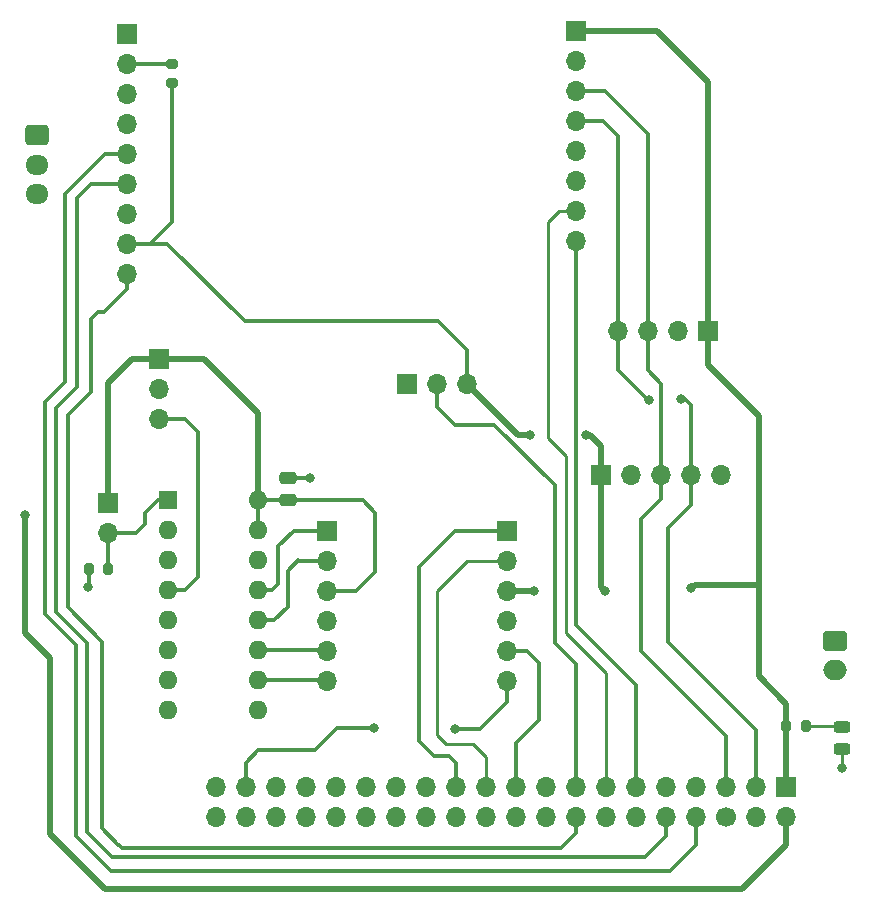
<source format=gbr>
%TF.GenerationSoftware,KiCad,Pcbnew,7.0.8-7.0.8~ubuntu22.04.1*%
%TF.CreationDate,2023-10-06T08:27:00+03:00*%
%TF.ProjectId,Omarichet Sensor Board v1.5,4f6d6172-6963-4686-9574-2053656e736f,rev?*%
%TF.SameCoordinates,Original*%
%TF.FileFunction,Copper,L1,Top*%
%TF.FilePolarity,Positive*%
%FSLAX46Y46*%
G04 Gerber Fmt 4.6, Leading zero omitted, Abs format (unit mm)*
G04 Created by KiCad (PCBNEW 7.0.8-7.0.8~ubuntu22.04.1) date 2023-10-06 08:27:00*
%MOMM*%
%LPD*%
G01*
G04 APERTURE LIST*
G04 Aperture macros list*
%AMRoundRect*
0 Rectangle with rounded corners*
0 $1 Rounding radius*
0 $2 $3 $4 $5 $6 $7 $8 $9 X,Y pos of 4 corners*
0 Add a 4 corners polygon primitive as box body*
4,1,4,$2,$3,$4,$5,$6,$7,$8,$9,$2,$3,0*
0 Add four circle primitives for the rounded corners*
1,1,$1+$1,$2,$3*
1,1,$1+$1,$4,$5*
1,1,$1+$1,$6,$7*
1,1,$1+$1,$8,$9*
0 Add four rect primitives between the rounded corners*
20,1,$1+$1,$2,$3,$4,$5,0*
20,1,$1+$1,$4,$5,$6,$7,0*
20,1,$1+$1,$6,$7,$8,$9,0*
20,1,$1+$1,$8,$9,$2,$3,0*%
G04 Aperture macros list end*
%TA.AperFunction,ComponentPad*%
%ADD10R,1.700000X1.700000*%
%TD*%
%TA.AperFunction,ComponentPad*%
%ADD11O,1.700000X1.700000*%
%TD*%
%TA.AperFunction,SMDPad,CuDef*%
%ADD12RoundRect,0.200000X-0.275000X0.200000X-0.275000X-0.200000X0.275000X-0.200000X0.275000X0.200000X0*%
%TD*%
%TA.AperFunction,SMDPad,CuDef*%
%ADD13RoundRect,0.243750X0.456250X-0.243750X0.456250X0.243750X-0.456250X0.243750X-0.456250X-0.243750X0*%
%TD*%
%TA.AperFunction,SMDPad,CuDef*%
%ADD14RoundRect,0.250000X0.475000X-0.250000X0.475000X0.250000X-0.475000X0.250000X-0.475000X-0.250000X0*%
%TD*%
%TA.AperFunction,ComponentPad*%
%ADD15R,1.600000X1.600000*%
%TD*%
%TA.AperFunction,ComponentPad*%
%ADD16O,1.600000X1.600000*%
%TD*%
%TA.AperFunction,SMDPad,CuDef*%
%ADD17RoundRect,0.200000X0.200000X0.275000X-0.200000X0.275000X-0.200000X-0.275000X0.200000X-0.275000X0*%
%TD*%
%TA.AperFunction,SMDPad,CuDef*%
%ADD18RoundRect,0.200000X-0.200000X-0.275000X0.200000X-0.275000X0.200000X0.275000X-0.200000X0.275000X0*%
%TD*%
%TA.AperFunction,ComponentPad*%
%ADD19RoundRect,0.250000X-0.750000X0.600000X-0.750000X-0.600000X0.750000X-0.600000X0.750000X0.600000X0*%
%TD*%
%TA.AperFunction,ComponentPad*%
%ADD20O,2.000000X1.700000*%
%TD*%
%TA.AperFunction,ComponentPad*%
%ADD21RoundRect,0.250000X-0.725000X0.600000X-0.725000X-0.600000X0.725000X-0.600000X0.725000X0.600000X0*%
%TD*%
%TA.AperFunction,ComponentPad*%
%ADD22O,1.950000X1.700000*%
%TD*%
%TA.AperFunction,ComponentPad*%
%ADD23C,1.700000*%
%TD*%
%TA.AperFunction,ViaPad*%
%ADD24C,0.800000*%
%TD*%
%TA.AperFunction,Conductor*%
%ADD25C,0.500000*%
%TD*%
%TA.AperFunction,Conductor*%
%ADD26C,0.300000*%
%TD*%
%TA.AperFunction,Conductor*%
%ADD27C,0.250000*%
%TD*%
G04 APERTURE END LIST*
D10*
%TO.P,J8,1,Pin_1*%
%TO.N,CLK*%
X100445000Y-106645000D03*
D11*
%TO.P,J8,2,Pin_2*%
%TO.N,MISO*%
X100445000Y-109185000D03*
%TO.P,J8,3,Pin_3*%
%TO.N,+5V*%
X100445000Y-111725000D03*
%TO.P,J8,4,Pin_4*%
%TO.N,GND*%
X100445000Y-114265000D03*
%TO.P,J8,5,Pin_5*%
%TO.N,MOSI*%
X100445000Y-116805000D03*
%TO.P,J8,6,Pin_6*%
%TO.N,CS*%
X100445000Y-119345000D03*
%TD*%
D10*
%TO.P,J6,1,Pin_1*%
%TO.N,unconnected-(J6-Pin_1-Pad1)*%
X83455000Y-64560000D03*
D11*
%TO.P,J6,2,Pin_2*%
%TO.N,/EN*%
X83455000Y-67100000D03*
%TO.P,J6,3,Pin_3*%
%TO.N,unconnected-(J6-Pin_3-Pad3)*%
X83455000Y-69640000D03*
%TO.P,J6,4,Pin_4*%
%TO.N,unconnected-(J6-Pin_4-Pad4)*%
X83455000Y-72180000D03*
%TO.P,J6,5,Pin_5*%
%TO.N,TX*%
X83455000Y-74720000D03*
%TO.P,J6,6,Pin_6*%
%TO.N,RX*%
X83455000Y-77260000D03*
%TO.P,J6,7,Pin_7*%
%TO.N,GND*%
X83455000Y-79800000D03*
%TO.P,J6,8,Pin_8*%
%TO.N,+3.3V*%
X83455000Y-82340000D03*
%TO.P,J6,9,Pin_9*%
%TO.N,PPS*%
X83455000Y-84880000D03*
%TD*%
D10*
%TO.P,J2,1,Pin_1*%
%TO.N,GND*%
X107160000Y-94230000D03*
D11*
%TO.P,J2,2,Pin_2*%
%TO.N,DHTOUT*%
X109700000Y-94230000D03*
%TO.P,J2,3,Pin_3*%
%TO.N,+3.3V*%
X112240000Y-94230000D03*
%TD*%
D10*
%TO.P,J4,1,Pin_1*%
%TO.N,+3.3V*%
X121475000Y-64375000D03*
D11*
%TO.P,J4,2,Pin_2*%
%TO.N,GND*%
X121475000Y-66915000D03*
%TO.P,J4,3,Pin_3*%
%TO.N,SCL*%
X121475000Y-69455000D03*
%TO.P,J4,4,Pin_4*%
%TO.N,SDA*%
X121475000Y-71995000D03*
%TO.P,J4,5,Pin_5*%
%TO.N,unconnected-(J4-Pin_5-Pad5)*%
X121475000Y-74535000D03*
%TO.P,J4,6,Pin_6*%
%TO.N,unconnected-(J4-Pin_6-Pad6)*%
X121475000Y-77075000D03*
%TO.P,J4,7,Pin_7*%
%TO.N,ADO*%
X121475000Y-79615000D03*
%TO.P,J4,8,Pin_8*%
%TO.N,INT*%
X121475000Y-82155000D03*
%TD*%
D10*
%TO.P,J5,1,Pin_1*%
%TO.N,+3.3V*%
X132645000Y-89750000D03*
D11*
%TO.P,J5,2,Pin_2*%
%TO.N,GND*%
X130105000Y-89750000D03*
%TO.P,J5,3,Pin_3*%
%TO.N,SCL*%
X127565000Y-89750000D03*
%TO.P,J5,4,Pin_4*%
%TO.N,SDA*%
X125025000Y-89750000D03*
%TD*%
D12*
%TO.P,R2,1*%
%TO.N,/EN*%
X87300000Y-67100000D03*
%TO.P,R2,2*%
%TO.N,+3.3V*%
X87300000Y-68750000D03*
%TD*%
D10*
%TO.P,J1,1,Pin_1*%
%TO.N,+5V*%
X81900000Y-104320000D03*
D11*
%TO.P,J1,2,Pin_2*%
%TO.N,CH0*%
X81900000Y-106860000D03*
%TD*%
D13*
%TO.P,D1,1,K*%
%TO.N,GND*%
X144018000Y-125143500D03*
%TO.P,D1,2,A*%
%TO.N,Net-(D1-A)*%
X144018000Y-123268500D03*
%TD*%
D14*
%TO.P,C1,1*%
%TO.N,+5V*%
X97100000Y-104070000D03*
%TO.P,C1,2*%
%TO.N,GND*%
X97100000Y-102170000D03*
%TD*%
D15*
%TO.P,U1,1,CH0*%
%TO.N,CH0*%
X86940000Y-104070000D03*
D16*
%TO.P,U1,2,CH1*%
%TO.N,CH1*%
X86940000Y-106610000D03*
%TO.P,U1,3,CH2*%
%TO.N,CH2*%
X86940000Y-109150000D03*
%TO.P,U1,4,CH3*%
%TO.N,CH3*%
X86940000Y-111690000D03*
%TO.P,U1,5,CH4*%
%TO.N,CH4*%
X86940000Y-114230000D03*
%TO.P,U1,6,CH5*%
%TO.N,CH5*%
X86940000Y-116770000D03*
%TO.P,U1,7,CH6*%
%TO.N,unconnected-(U1-CH6-Pad7)*%
X86940000Y-119310000D03*
%TO.P,U1,8,CH7*%
%TO.N,unconnected-(U1-CH7-Pad8)*%
X86940000Y-121850000D03*
%TO.P,U1,9,DGND*%
%TO.N,GND*%
X94560000Y-121850000D03*
%TO.P,U1,10,~{CS}/SHDN*%
%TO.N,CS*%
X94560000Y-119310000D03*
%TO.P,U1,11,Din*%
%TO.N,MOSI*%
X94560000Y-116770000D03*
%TO.P,U1,12,Dout*%
%TO.N,MISO*%
X94560000Y-114230000D03*
%TO.P,U1,13,CLK*%
%TO.N,CLK*%
X94560000Y-111690000D03*
%TO.P,U1,14,AGND*%
%TO.N,GND*%
X94560000Y-109150000D03*
%TO.P,U1,15,Vref*%
%TO.N,+5V*%
X94560000Y-106610000D03*
%TO.P,U1,16,Vdd*%
X94560000Y-104070000D03*
%TD*%
D17*
%TO.P,R1,1*%
%TO.N,CH0*%
X81900000Y-109900000D03*
%TO.P,R1,2*%
%TO.N,GND*%
X80250000Y-109900000D03*
%TD*%
D10*
%TO.P,J10,1,Pin_1*%
%TO.N,TXI_CLK*%
X115665000Y-106645000D03*
D11*
%TO.P,J10,2,Pin_2*%
%TO.N,RXO_MISO*%
X115665000Y-109185000D03*
%TO.P,J10,3,Pin_3*%
%TO.N,+3.3V*%
X115665000Y-111725000D03*
%TO.P,J10,4,Pin_4*%
%TO.N,GND*%
X115665000Y-114265000D03*
%TO.P,J10,5,Pin_5*%
%TO.N,RXO1_MOSI*%
X115665000Y-116805000D03*
%TO.P,J10,6,Pin_6*%
%TO.N,TXI1_CS*%
X115665000Y-119345000D03*
%TD*%
D10*
%TO.P,J7,1,Pin_1*%
%TO.N,+5V*%
X86160000Y-92095000D03*
D11*
%TO.P,J7,2,Pin_2*%
%TO.N,GND*%
X86160000Y-94635000D03*
%TO.P,J7,3,Pin_3*%
%TO.N,CH3*%
X86160000Y-97175000D03*
%TD*%
D18*
%TO.P,R3,1*%
%TO.N,+3.3V*%
X139320000Y-123190000D03*
%TO.P,R3,2*%
%TO.N,Net-(D1-A)*%
X140970000Y-123190000D03*
%TD*%
D10*
%TO.P,J3,1,Pin_1*%
%TO.N,+3.3V*%
X123600000Y-101960000D03*
D11*
%TO.P,J3,2,Pin_2*%
%TO.N,GND*%
X126140000Y-101960000D03*
%TO.P,J3,3,Pin_3*%
%TO.N,SCL*%
X128680000Y-101960000D03*
%TO.P,J3,4,Pin_4*%
%TO.N,SDA*%
X131220000Y-101960000D03*
%TO.P,J3,5,Pin_5*%
%TO.N,unconnected-(J3-Pin_5-Pad5)*%
X133760000Y-101960000D03*
%TD*%
D19*
%TO.P,J12,1,Pin_1*%
%TO.N,GND*%
X143450000Y-115960000D03*
D20*
%TO.P,J12,2,Pin_2*%
%TO.N,+5V*%
X143450000Y-118460000D03*
%TD*%
D21*
%TO.P,J11,1,Pin_1*%
%TO.N,CH4*%
X75900000Y-73150000D03*
D22*
%TO.P,J11,2,Pin_2*%
%TO.N,CH2*%
X75900000Y-75650000D03*
%TO.P,J11,3,Pin_3*%
%TO.N,CH1*%
X75900000Y-78150000D03*
%TD*%
D10*
%TO.P,J9,1,Pin_1*%
%TO.N,+3.3V*%
X139250000Y-128320000D03*
D11*
%TO.P,J9,2,Pin_2*%
%TO.N,+5V*%
X139250000Y-130860000D03*
%TO.P,J9,3,Pin_3*%
%TO.N,SDA*%
X136710000Y-128320000D03*
%TO.P,J9,4,Pin_4*%
%TO.N,unconnected-(J9-Pin_4-Pad4)*%
X136710000Y-130860000D03*
%TO.P,J9,5,Pin_5*%
%TO.N,SCL*%
X134170000Y-128320000D03*
D23*
%TO.P,J9,6,Pin_6*%
%TO.N,GND*%
X134170000Y-130860000D03*
D11*
%TO.P,J9,7,Pin_7*%
%TO.N,unconnected-(J9-Pin_7-Pad7)*%
X131630000Y-128320000D03*
%TO.P,J9,8,Pin_8*%
%TO.N,TX*%
X131630000Y-130860000D03*
%TO.P,J9,9,Pin_9*%
%TO.N,GND*%
X129090000Y-128320000D03*
%TO.P,J9,10,Pin_10*%
%TO.N,RX*%
X129090000Y-130860000D03*
%TO.P,J9,11,Pin_11*%
%TO.N,INT*%
X126550000Y-128320000D03*
%TO.P,J9,12,Pin_12*%
%TO.N,unconnected-(J9-Pin_12-Pad12)*%
X126550000Y-130860000D03*
%TO.P,J9,13,Pin_13*%
%TO.N,ADO*%
X124010000Y-128320000D03*
%TO.P,J9,14,Pin_14*%
%TO.N,unconnected-(J9-Pin_14-Pad14)*%
X124010000Y-130860000D03*
%TO.P,J9,15,Pin_15*%
%TO.N,DHTOUT*%
X121470000Y-128320000D03*
%TO.P,J9,16,Pin_16*%
%TO.N,PPS*%
X121470000Y-130860000D03*
%TO.P,J9,17,Pin_17*%
%TO.N,unconnected-(J9-Pin_17-Pad17)*%
X118930000Y-128320000D03*
%TO.P,J9,18,Pin_18*%
%TO.N,unconnected-(J9-Pin_18-Pad18)*%
X118930000Y-130860000D03*
%TO.P,J9,19,Pin_19*%
%TO.N,RXO1_MOSI*%
X116390000Y-128320000D03*
%TO.P,J9,20,Pin_20*%
%TO.N,unconnected-(J9-Pin_20-Pad20)*%
X116390000Y-130860000D03*
%TO.P,J9,21,Pin_21*%
%TO.N,RXO_MISO*%
X113850000Y-128320000D03*
%TO.P,J9,22,Pin_22*%
%TO.N,unconnected-(J9-Pin_22-Pad22)*%
X113850000Y-130860000D03*
%TO.P,J9,23,Pin_23*%
%TO.N,TXI_CLK*%
X111310000Y-128320000D03*
%TO.P,J9,24,Pin_24*%
%TO.N,unconnected-(J9-Pin_24-Pad24)*%
X111310000Y-130860000D03*
%TO.P,J9,25,Pin_25*%
%TO.N,unconnected-(J9-Pin_25-Pad25)*%
X108770000Y-128320000D03*
%TO.P,J9,26,Pin_26*%
%TO.N,unconnected-(J9-Pin_26-Pad26)*%
X108770000Y-130860000D03*
%TO.P,J9,27,Pin_27*%
%TO.N,unconnected-(J9-Pin_27-Pad27)*%
X106230000Y-128320000D03*
%TO.P,J9,28,Pin_28*%
%TO.N,unconnected-(J9-Pin_28-Pad28)*%
X106230000Y-130860000D03*
%TO.P,J9,29,Pin_29*%
%TO.N,OE*%
X103690000Y-128320000D03*
%TO.P,J9,30,Pin_30*%
%TO.N,unconnected-(J9-Pin_30-Pad30)*%
X103690000Y-130860000D03*
%TO.P,J9,31,Pin_31*%
%TO.N,unconnected-(J9-Pin_31-Pad31)*%
X101150000Y-128320000D03*
%TO.P,J9,32,Pin_32*%
%TO.N,unconnected-(J9-Pin_32-Pad32)*%
X101150000Y-130860000D03*
%TO.P,J9,33,Pin_33*%
%TO.N,unconnected-(J9-Pin_33-Pad33)*%
X98610000Y-128320000D03*
%TO.P,J9,34,Pin_34*%
%TO.N,unconnected-(J9-Pin_34-Pad34)*%
X98610000Y-130860000D03*
%TO.P,J9,35,Pin_35*%
%TO.N,unconnected-(J9-Pin_35-Pad35)*%
X96070000Y-128320000D03*
%TO.P,J9,36,Pin_36*%
%TO.N,unconnected-(J9-Pin_36-Pad36)*%
X96070000Y-130860000D03*
%TO.P,J9,37,Pin_37*%
%TO.N,TXI1_CS*%
X93530000Y-128320000D03*
%TO.P,J9,38,Pin_38*%
%TO.N,unconnected-(J9-Pin_38-Pad38)*%
X93530000Y-130860000D03*
%TO.P,J9,39,Pin_39*%
%TO.N,GND*%
X90990000Y-128320000D03*
%TO.P,J9,40,Pin_40*%
%TO.N,unconnected-(J9-Pin_40-Pad40)*%
X90990000Y-130860000D03*
%TD*%
D24*
%TO.N,+5V*%
X74890000Y-105350000D03*
%TO.N,GND*%
X80170000Y-111420000D03*
X98980000Y-102180000D03*
X144018000Y-126746000D03*
%TO.N,+3.3V*%
X122350000Y-98560000D03*
X117950000Y-111730000D03*
X117620000Y-98560000D03*
X131270000Y-111530000D03*
X123952000Y-111760000D03*
%TO.N,SDA*%
X130420000Y-95490000D03*
X127640000Y-95550000D03*
%TO.N,TXI1_CS*%
X111260000Y-123420000D03*
X104430000Y-123380000D03*
%TD*%
D25*
%TO.N,+5V*%
X135542000Y-137000000D02*
X139250000Y-133292000D01*
X74890000Y-115290000D02*
X76980000Y-117380000D01*
D26*
X104500000Y-110120000D02*
X102895000Y-111725000D01*
X94560000Y-104070000D02*
X97100000Y-104070000D01*
D25*
X86160000Y-92095000D02*
X83945000Y-92095000D01*
X81660000Y-137000000D02*
X135542000Y-137000000D01*
X89975000Y-92095000D02*
X94560000Y-96680000D01*
X86160000Y-92095000D02*
X89975000Y-92095000D01*
X94560000Y-96680000D02*
X94560000Y-104070000D01*
D26*
X97100000Y-104070000D02*
X103450000Y-104070000D01*
X94560000Y-104070000D02*
X94560000Y-106610000D01*
D25*
X76980000Y-117380000D02*
X76980000Y-132320000D01*
X74890000Y-105350000D02*
X74890000Y-114430000D01*
X76980000Y-132320000D02*
X81660000Y-137000000D01*
D26*
X103450000Y-104070000D02*
X104500000Y-105120000D01*
D25*
X139250000Y-133292000D02*
X139250000Y-130860000D01*
X83945000Y-92095000D02*
X81900000Y-94140000D01*
D26*
X102895000Y-111725000D02*
X100445000Y-111725000D01*
X104500000Y-105120000D02*
X104500000Y-110120000D01*
D25*
X74890000Y-114430000D02*
X74890000Y-115290000D01*
X81900000Y-94140000D02*
X81900000Y-104320000D01*
D26*
%TO.N,GND*%
X98970000Y-102170000D02*
X98980000Y-102180000D01*
D27*
X144018000Y-125143500D02*
X144018000Y-126746000D01*
D26*
X80250000Y-109900000D02*
X80250000Y-111340000D01*
X97100000Y-102170000D02*
X98970000Y-102170000D01*
X80250000Y-111340000D02*
X80170000Y-111420000D01*
D27*
%TO.N,Net-(D1-A)*%
X140970000Y-123190000D02*
X143939500Y-123190000D01*
X143939500Y-123190000D02*
X144018000Y-123268500D01*
D26*
%TO.N,CH0*%
X81900000Y-106860000D02*
X81900000Y-109900000D01*
X85040000Y-106110000D02*
X84290000Y-106860000D01*
X86940000Y-104070000D02*
X86080000Y-104070000D01*
X84290000Y-106860000D02*
X81900000Y-106860000D01*
X85040000Y-105110000D02*
X85040000Y-106110000D01*
X86080000Y-104070000D02*
X85040000Y-105110000D01*
%TO.N,DHTOUT*%
X119690000Y-116134000D02*
X121470000Y-117914000D01*
X121470000Y-117914000D02*
X121470000Y-128320000D01*
X111220000Y-97680000D02*
X114570000Y-97680000D01*
X119690000Y-102800000D02*
X119690000Y-116134000D01*
X109700000Y-96160000D02*
X111220000Y-97680000D01*
X114570000Y-97680000D02*
X119690000Y-102800000D01*
X109700000Y-94230000D02*
X109700000Y-96160000D01*
D25*
%TO.N,+3.3V*%
X112240000Y-94230000D02*
X116570000Y-98560000D01*
X123600000Y-101960000D02*
X123600000Y-111408000D01*
D26*
X109820000Y-88890000D02*
X112240000Y-91310000D01*
D25*
X117945000Y-111725000D02*
X117950000Y-111730000D01*
X123600000Y-111408000D02*
X123952000Y-111760000D01*
X136990000Y-111252000D02*
X136990000Y-118956000D01*
X122670000Y-98560000D02*
X123600000Y-99490000D01*
X128355000Y-64375000D02*
X132645000Y-68665000D01*
X139320000Y-123190000D02*
X139250000Y-123260000D01*
X116570000Y-98560000D02*
X117620000Y-98560000D01*
X136990000Y-111252000D02*
X131548000Y-111252000D01*
X123600000Y-99490000D02*
X123600000Y-101960000D01*
X121475000Y-64375000D02*
X128355000Y-64375000D01*
X122350000Y-98560000D02*
X122670000Y-98560000D01*
X132645000Y-92605000D02*
X136990000Y-96950000D01*
D26*
X112240000Y-91310000D02*
X112240000Y-94230000D01*
D25*
X131548000Y-111252000D02*
X131270000Y-111530000D01*
X139250000Y-123260000D02*
X139250000Y-128320000D01*
D26*
X93440000Y-88890000D02*
X109820000Y-88890000D01*
X86890000Y-82340000D02*
X93440000Y-88890000D01*
D25*
X136990000Y-96950000D02*
X136990000Y-111252000D01*
X132645000Y-89750000D02*
X132645000Y-92605000D01*
D26*
X87300000Y-68750000D02*
X87300000Y-80500000D01*
X85460000Y-82340000D02*
X83455000Y-82340000D01*
D25*
X139320000Y-121286000D02*
X139320000Y-123190000D01*
X136990000Y-118956000D02*
X139320000Y-121286000D01*
D26*
X87300000Y-80500000D02*
X85460000Y-82340000D01*
D25*
X132645000Y-68665000D02*
X132645000Y-89750000D01*
X115665000Y-111725000D02*
X117945000Y-111725000D01*
D26*
X85460000Y-82340000D02*
X86890000Y-82340000D01*
%TO.N,SCL*%
X128680000Y-94200000D02*
X128680000Y-101960000D01*
X123975000Y-69455000D02*
X127565000Y-73045000D01*
X127565000Y-93065000D02*
X128690000Y-94190000D01*
X127000000Y-105664000D02*
X127000000Y-116840000D01*
X121475000Y-69455000D02*
X123975000Y-69455000D01*
X128690000Y-94190000D02*
X128680000Y-94200000D01*
X127565000Y-89750000D02*
X127565000Y-93065000D01*
X134170000Y-124010000D02*
X134170000Y-128320000D01*
X128680000Y-103984000D02*
X127000000Y-105664000D01*
X127565000Y-73045000D02*
X127565000Y-89750000D01*
X128680000Y-101960000D02*
X128680000Y-103984000D01*
X127000000Y-116840000D02*
X134170000Y-124010000D01*
%TO.N,SDA*%
X130740000Y-95500000D02*
X130500000Y-95500000D01*
X131220000Y-95980000D02*
X131220000Y-101960000D01*
X125025000Y-93025000D02*
X126150000Y-94150000D01*
X129286000Y-116078000D02*
X136710000Y-123502000D01*
X121475000Y-71995000D02*
X123805000Y-71995000D01*
X130480000Y-95500000D02*
X130490000Y-95500000D01*
X127640000Y-95550000D02*
X127640000Y-95490000D01*
X129286000Y-106426000D02*
X129286000Y-116078000D01*
X131220000Y-104492000D02*
X129286000Y-106426000D01*
X126170000Y-94150000D02*
X127510000Y-95490000D01*
X127510000Y-95490000D02*
X127640000Y-95550000D01*
X123805000Y-71995000D02*
X125025000Y-73215000D01*
X126150000Y-94150000D02*
X126170000Y-94150000D01*
X125025000Y-89750000D02*
X125025000Y-93025000D01*
X130420000Y-95490000D02*
X130480000Y-95500000D01*
X130500000Y-95500000D02*
X130420000Y-95490000D01*
X136710000Y-123502000D02*
X136710000Y-128320000D01*
X131220000Y-101960000D02*
X131220000Y-104492000D01*
X131220000Y-95980000D02*
X130740000Y-95500000D01*
X125025000Y-73215000D02*
X125025000Y-89750000D01*
D27*
%TO.N,ADO*%
X120650000Y-100330000D02*
X120650000Y-115316000D01*
X119126000Y-98806000D02*
X120650000Y-100330000D01*
X120650000Y-115316000D02*
X124010000Y-118676000D01*
X121475000Y-79615000D02*
X120029000Y-79615000D01*
X120029000Y-79615000D02*
X119126000Y-80518000D01*
X124010000Y-118676000D02*
X124010000Y-128320000D01*
X119126000Y-80518000D02*
X119126000Y-98806000D01*
D26*
%TO.N,INT*%
X121475000Y-82155000D02*
X121475000Y-114617000D01*
X126550000Y-119692000D02*
X126550000Y-128320000D01*
X121475000Y-114617000D02*
X126550000Y-119692000D01*
%TO.N,/EN*%
X83455000Y-67100000D02*
X87300000Y-67100000D01*
%TO.N,TX*%
X78230000Y-92990000D02*
X78210000Y-93010000D01*
X76510000Y-113660000D02*
X79140000Y-116290000D01*
X131630000Y-133292000D02*
X131630000Y-130860000D01*
X81630000Y-74720000D02*
X78230000Y-78120000D01*
X82090000Y-135440000D02*
X129482000Y-135440000D01*
X79180000Y-132530000D02*
X82090000Y-135440000D01*
X78210000Y-94070000D02*
X76510000Y-95770000D01*
X129482000Y-135440000D02*
X131630000Y-133292000D01*
X79140000Y-132530000D02*
X79180000Y-132530000D01*
X78210000Y-93010000D02*
X78210000Y-94070000D01*
X83455000Y-74720000D02*
X81630000Y-74720000D01*
X76510000Y-95770000D02*
X76510000Y-113660000D01*
X78230000Y-78120000D02*
X78230000Y-92990000D01*
X79140000Y-116290000D02*
X79140000Y-132530000D01*
%TO.N,RX*%
X77490000Y-113520000D02*
X80100000Y-116130000D01*
X82240000Y-134280000D02*
X127340000Y-134280000D01*
X129090000Y-132530000D02*
X129090000Y-130860000D01*
X83455000Y-77260000D02*
X80420000Y-77260000D01*
X80420000Y-77260000D02*
X79230000Y-78450000D01*
X80100000Y-132140000D02*
X82240000Y-134280000D01*
X79230000Y-78450000D02*
X79230000Y-94500000D01*
X77490000Y-96240000D02*
X77490000Y-113520000D01*
X80100000Y-116130000D02*
X80100000Y-132140000D01*
X79230000Y-94500000D02*
X77490000Y-96240000D01*
X127340000Y-134280000D02*
X129090000Y-132530000D01*
%TO.N,PPS*%
X82810000Y-133210000D02*
X83090000Y-133490000D01*
X80400000Y-88730000D02*
X80400000Y-94860000D01*
X78450000Y-96810000D02*
X78450000Y-113140000D01*
X81380000Y-116070000D02*
X81380000Y-131830000D01*
X78450000Y-113140000D02*
X81380000Y-116070000D01*
X80400000Y-94860000D02*
X78450000Y-96810000D01*
X83090000Y-133490000D02*
X120256000Y-133490000D01*
X120256000Y-133490000D02*
X121470000Y-132276000D01*
X81020000Y-88110000D02*
X80400000Y-88730000D01*
X121470000Y-132276000D02*
X121470000Y-130860000D01*
X81550000Y-88110000D02*
X81020000Y-88110000D01*
X82760000Y-133210000D02*
X82810000Y-133210000D01*
X83455000Y-86205000D02*
X81550000Y-88110000D01*
X83455000Y-84880000D02*
X83455000Y-86205000D01*
X81380000Y-131830000D02*
X82760000Y-133210000D01*
%TO.N,CH3*%
X86160000Y-97175000D02*
X88405000Y-97175000D01*
X88430000Y-111690000D02*
X86940000Y-111690000D01*
X88405000Y-97175000D02*
X89530000Y-98300000D01*
X89530000Y-98300000D02*
X89530000Y-110590000D01*
X89530000Y-110590000D02*
X88430000Y-111690000D01*
%TO.N,CLK*%
X95750000Y-111690000D02*
X96270000Y-111170000D01*
X94560000Y-111690000D02*
X95750000Y-111690000D01*
X96270000Y-111170000D02*
X96270000Y-107970000D01*
X97595000Y-106645000D02*
X100445000Y-106645000D01*
X96270000Y-107970000D02*
X97595000Y-106645000D01*
%TO.N,MISO*%
X98025000Y-109185000D02*
X100445000Y-109185000D01*
X94560000Y-114230000D02*
X95970000Y-114230000D01*
X97080000Y-110080000D02*
X98000000Y-109160000D01*
X97080000Y-113120000D02*
X97080000Y-110080000D01*
X95970000Y-114230000D02*
X97080000Y-113120000D01*
X98000000Y-109160000D02*
X98025000Y-109185000D01*
%TO.N,MOSI*%
X94560000Y-116770000D02*
X100410000Y-116770000D01*
X100410000Y-116770000D02*
X100445000Y-116805000D01*
%TO.N,CS*%
X94560000Y-119310000D02*
X100410000Y-119310000D01*
X100410000Y-119310000D02*
X100445000Y-119345000D01*
%TO.N,RXO1_MOSI*%
X115665000Y-116805000D02*
X117313000Y-116805000D01*
X118364000Y-117856000D02*
X118364000Y-122682000D01*
X116390000Y-124656000D02*
X116390000Y-128320000D01*
X118364000Y-122682000D02*
X116390000Y-124656000D01*
X117313000Y-116805000D02*
X118364000Y-117856000D01*
D27*
%TO.N,RXO_MISO*%
X109728000Y-111760000D02*
X109728000Y-123952000D01*
X112303000Y-109185000D02*
X109728000Y-111760000D01*
X113850000Y-125788000D02*
X113850000Y-128320000D01*
X115665000Y-109185000D02*
X112303000Y-109185000D01*
X110490000Y-124714000D02*
X112776000Y-124714000D01*
X109728000Y-123952000D02*
X110490000Y-124714000D01*
X112776000Y-124714000D02*
X113850000Y-125788000D01*
D26*
%TO.N,TXI_CLK*%
X110744000Y-125730000D02*
X111310000Y-126296000D01*
X111310000Y-126296000D02*
X111310000Y-128320000D01*
X109474000Y-125730000D02*
X110744000Y-125730000D01*
X115665000Y-106645000D02*
X111287000Y-106645000D01*
X108204000Y-124460000D02*
X109474000Y-125730000D01*
X111287000Y-106645000D02*
X108204000Y-109728000D01*
X108204000Y-109728000D02*
X108204000Y-124460000D01*
%TO.N,TXI1_CS*%
X115665000Y-121135000D02*
X114300000Y-122500000D01*
X93530000Y-126300000D02*
X93530000Y-128320000D01*
X99430000Y-125240000D02*
X94590000Y-125240000D01*
X94590000Y-125240000D02*
X93530000Y-126300000D01*
X115665000Y-119345000D02*
X115665000Y-121135000D01*
X101290000Y-123380000D02*
X99430000Y-125240000D01*
X114300000Y-122500000D02*
X113380000Y-123420000D01*
X104430000Y-123380000D02*
X101290000Y-123380000D01*
X113380000Y-123420000D02*
X111260000Y-123420000D01*
%TD*%
M02*

</source>
